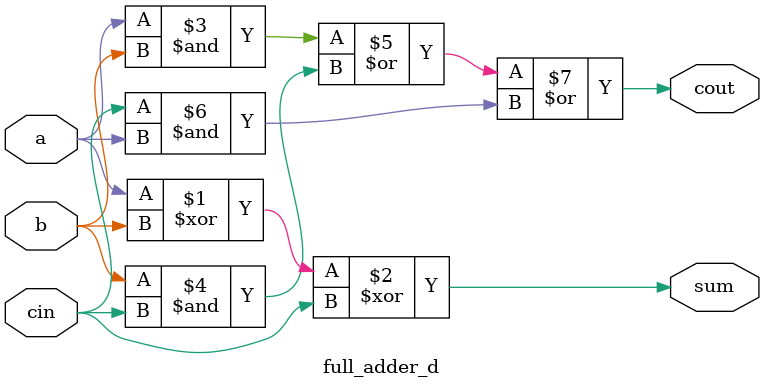
<source format=v>
module full_adder_d(a,b,cin,sum,cout);

	input a,b,cin;
	output sum,cout;

	assign {cout,sum}={(a&b)|(b&cin)|(cin&a),a^b^cin};
endmodule

</source>
